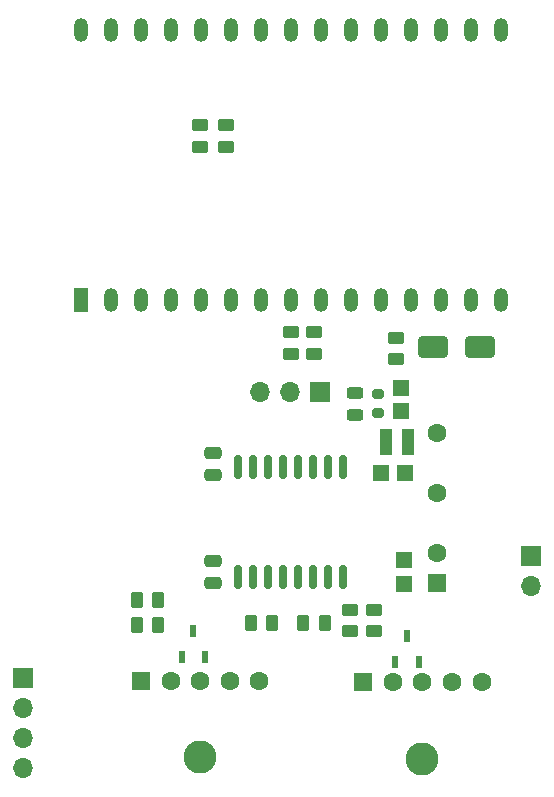
<source format=gbr>
%TF.GenerationSoftware,KiCad,Pcbnew,8.0.8*%
%TF.CreationDate,2025-06-05T09:36:50+02:00*%
%TF.ProjectId,heishamon-lr-pdc,68656973-6861-46d6-9f6e-2d6c722d7064,rev?*%
%TF.SameCoordinates,Original*%
%TF.FileFunction,Soldermask,Top*%
%TF.FilePolarity,Negative*%
%FSLAX46Y46*%
G04 Gerber Fmt 4.6, Leading zero omitted, Abs format (unit mm)*
G04 Created by KiCad (PCBNEW 8.0.8) date 2025-06-05 09:36:50*
%MOMM*%
%LPD*%
G01*
G04 APERTURE LIST*
G04 Aperture macros list*
%AMRoundRect*
0 Rectangle with rounded corners*
0 $1 Rounding radius*
0 $2 $3 $4 $5 $6 $7 $8 $9 X,Y pos of 4 corners*
0 Add a 4 corners polygon primitive as box body*
4,1,4,$2,$3,$4,$5,$6,$7,$8,$9,$2,$3,0*
0 Add four circle primitives for the rounded corners*
1,1,$1+$1,$2,$3*
1,1,$1+$1,$4,$5*
1,1,$1+$1,$6,$7*
1,1,$1+$1,$8,$9*
0 Add four rect primitives between the rounded corners*
20,1,$1+$1,$2,$3,$4,$5,0*
20,1,$1+$1,$4,$5,$6,$7,0*
20,1,$1+$1,$6,$7,$8,$9,0*
20,1,$1+$1,$8,$9,$2,$3,0*%
G04 Aperture macros list end*
%ADD10R,1.350000X1.410000*%
%ADD11RoundRect,0.150000X0.150000X-0.875000X0.150000X0.875000X-0.150000X0.875000X-0.150000X-0.875000X0*%
%ADD12RoundRect,0.250000X-0.262500X-0.450000X0.262500X-0.450000X0.262500X0.450000X-0.262500X0.450000X0*%
%ADD13R,0.530000X1.040000*%
%ADD14RoundRect,0.200000X0.275000X-0.200000X0.275000X0.200000X-0.275000X0.200000X-0.275000X-0.200000X0*%
%ADD15RoundRect,0.250000X0.262500X0.450000X-0.262500X0.450000X-0.262500X-0.450000X0.262500X-0.450000X0*%
%ADD16R,1.000000X2.200000*%
%ADD17R,1.200000X2.000000*%
%ADD18O,1.200000X2.000000*%
%ADD19C,2.800000*%
%ADD20R,1.600000X1.600000*%
%ADD21C,1.600000*%
%ADD22RoundRect,0.250000X-0.450000X0.262500X-0.450000X-0.262500X0.450000X-0.262500X0.450000X0.262500X0*%
%ADD23RoundRect,0.250000X-0.475000X0.250000X-0.475000X-0.250000X0.475000X-0.250000X0.475000X0.250000X0*%
%ADD24RoundRect,0.250000X0.450000X-0.262500X0.450000X0.262500X-0.450000X0.262500X-0.450000X-0.262500X0*%
%ADD25R,1.700000X1.700000*%
%ADD26O,1.700000X1.700000*%
%ADD27RoundRect,0.250000X0.475000X-0.250000X0.475000X0.250000X-0.475000X0.250000X-0.475000X-0.250000X0*%
%ADD28RoundRect,0.250000X1.000000X0.650000X-1.000000X0.650000X-1.000000X-0.650000X1.000000X-0.650000X0*%
%ADD29R,1.410000X1.350000*%
%ADD30RoundRect,0.243750X0.456250X-0.243750X0.456250X0.243750X-0.456250X0.243750X-0.456250X-0.243750X0*%
G04 APERTURE END LIST*
D10*
%TO.C,C5*%
X50750000Y-62400000D03*
X50750000Y-60400000D03*
%TD*%
%TO.C,C4*%
X50550000Y-47800000D03*
X50550000Y-45800000D03*
%TD*%
D11*
%TO.C,U1*%
X36705000Y-61850000D03*
X37975000Y-61850000D03*
X39245000Y-61850000D03*
X40515000Y-61850000D03*
X41785000Y-61850000D03*
X43055000Y-61850000D03*
X44325000Y-61850000D03*
X45595000Y-61850000D03*
X45595000Y-52550000D03*
X44325000Y-52550000D03*
X43055000Y-52550000D03*
X41785000Y-52550000D03*
X40515000Y-52550000D03*
X39245000Y-52550000D03*
X37975000Y-52550000D03*
X36705000Y-52550000D03*
%TD*%
D12*
%TO.C,R10*%
X37825000Y-65700000D03*
X39650000Y-65700000D03*
%TD*%
%TO.C,R2*%
X28150000Y-63800000D03*
X29975000Y-63800000D03*
%TD*%
%TO.C,R11*%
X42237500Y-65700000D03*
X44062500Y-65700000D03*
%TD*%
D13*
%TO.C,D3*%
X31950000Y-68600000D03*
X33950000Y-68600000D03*
X32950000Y-66400000D03*
%TD*%
D14*
%TO.C,R5*%
X48550000Y-47975000D03*
X48550000Y-46325000D03*
%TD*%
D15*
%TO.C,R1*%
X29975000Y-65925000D03*
X28150000Y-65925000D03*
%TD*%
D16*
%TO.C,L1*%
X51150000Y-50400000D03*
X49250000Y-50400000D03*
%TD*%
D17*
%TO.C,U3*%
X23410000Y-38400000D03*
D18*
X25950000Y-38400000D03*
X28490000Y-38400000D03*
X31030000Y-38400000D03*
X33570000Y-38400000D03*
X36110000Y-38400000D03*
X38650000Y-38400000D03*
X41190000Y-38400000D03*
X43730000Y-38400000D03*
X46270000Y-38400000D03*
X48810000Y-38400000D03*
X51350000Y-38400000D03*
X53890000Y-38400000D03*
X56430000Y-38400000D03*
X58970000Y-38400000D03*
X58970000Y-15540000D03*
X56430000Y-15540000D03*
X53890000Y-15540000D03*
X51350000Y-15540000D03*
X48810000Y-15540000D03*
X46270000Y-15540000D03*
X43730000Y-15540000D03*
X41190000Y-15540000D03*
X38650000Y-15540000D03*
X36110000Y-15540000D03*
X33570000Y-15540000D03*
X31030000Y-15540000D03*
X28490000Y-15540000D03*
X25950000Y-15540000D03*
X23410000Y-15540000D03*
%TD*%
D19*
%TO.C,CN2*%
X52350000Y-77200000D03*
D20*
X47350000Y-70700000D03*
D21*
X49850000Y-70700000D03*
X52350000Y-70700000D03*
X54850000Y-70700000D03*
X57350000Y-70700000D03*
%TD*%
D22*
%TO.C,R12*%
X50150000Y-41587500D03*
X50150000Y-43412500D03*
%TD*%
%TO.C,R3*%
X46175000Y-64587500D03*
X46175000Y-66412500D03*
%TD*%
D13*
%TO.C,D4*%
X50050000Y-69000000D03*
X52050000Y-69000000D03*
X51050000Y-66800000D03*
%TD*%
D23*
%TO.C,C1*%
X34650000Y-60450000D03*
X34650000Y-62350000D03*
%TD*%
D24*
%TO.C,R4*%
X48275000Y-66412500D03*
X48275000Y-64587500D03*
%TD*%
D25*
%TO.C,J2*%
X43640000Y-46150000D03*
D26*
X41100000Y-46150000D03*
X38560000Y-46150000D03*
%TD*%
D25*
%TO.C,J1*%
X18550000Y-70380000D03*
D26*
X18550000Y-72920000D03*
X18550000Y-75460000D03*
X18550000Y-78000000D03*
%TD*%
D24*
%TO.C,R8*%
X41250000Y-42912500D03*
X41250000Y-41087500D03*
%TD*%
%TO.C,R6*%
X35750000Y-25400000D03*
X35750000Y-23575000D03*
%TD*%
D20*
%TO.C,U2*%
X53550000Y-62300000D03*
D21*
X53550000Y-59760000D03*
X53550000Y-54680000D03*
X53550000Y-49600000D03*
%TD*%
D25*
%TO.C,J3*%
X61550000Y-60060000D03*
D26*
X61550000Y-62600000D03*
%TD*%
D27*
%TO.C,C3*%
X34650000Y-53200000D03*
X34650000Y-51300000D03*
%TD*%
D22*
%TO.C,R9*%
X43150000Y-41087500D03*
X43150000Y-42912500D03*
%TD*%
%TO.C,R7*%
X33550000Y-23587500D03*
X33550000Y-25412500D03*
%TD*%
D28*
%TO.C,D2*%
X57250000Y-42400000D03*
X53250000Y-42400000D03*
%TD*%
D29*
%TO.C,C2*%
X48850000Y-53000000D03*
X50850000Y-53000000D03*
%TD*%
D19*
%TO.C,CN1*%
X33550000Y-77100000D03*
D20*
X28550000Y-70600000D03*
D21*
X31050000Y-70600000D03*
X33550000Y-70600000D03*
X36050000Y-70600000D03*
X38550000Y-70600000D03*
%TD*%
D30*
%TO.C,D1*%
X46650000Y-48137500D03*
X46650000Y-46262500D03*
%TD*%
M02*

</source>
